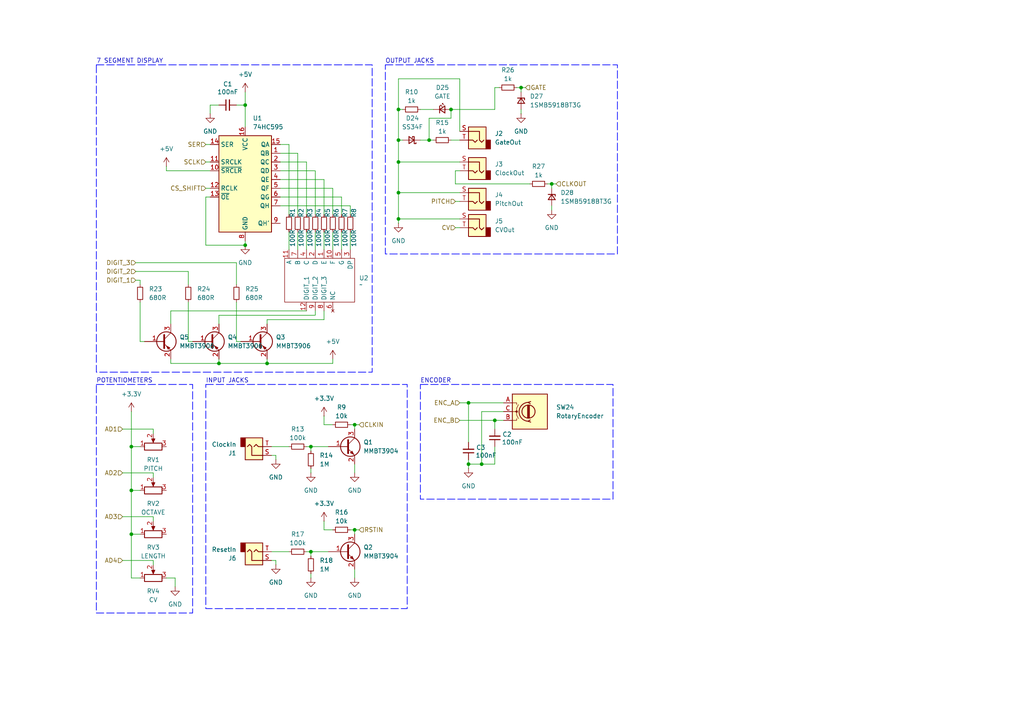
<source format=kicad_sch>
(kicad_sch (version 20231120) (generator "eeschema") (generator_version "8.0")
  (paper "A4")
  (lib_symbols
    (symbol "74xx:74HC595"
      (property "Reference" "U" (at -7.62 13.97 0))
      (property "Value" "74HC595" (at -7.62 -16.51 0))
      (symbol "74HC595_1_0"
        (pin tri_state line (at 10.16 7.62 180) (length 2.54) (name "QB") (number "1"))
        (pin input line (at -10.16 2.54 0) (length 2.54) (name "~{SRCLR}") (number "10"))
        (pin input line (at -10.16 5.08 0) (length 2.54) (name "SRCLK") (number "11"))
        (pin input line (at -10.16 -2.54 0) (length 2.54) (name "RCLK") (number "12"))
        (pin input line (at -10.16 -5.08 0) (length 2.54) (name "~{OE}") (number "13"))
        (pin input line (at -10.16 10.16 0) (length 2.54) (name "SER") (number "14"))
        (pin tri_state line (at 10.16 10.16 180) (length 2.54) (name "QA") (number "15"))
        (pin power_in line (at 0 15.24 270) (length 2.54) (name "VCC") (number "16"))
        (pin tri_state line (at 10.16 5.08 180) (length 2.54) (name "QC") (number "2"))
        (pin tri_state line (at 10.16 2.54 180) (length 2.54) (name "QD") (number "3"))
        (pin tri_state line (at 10.16 0 180) (length 2.54) (name "QE") (number "4"))
        (pin tri_state line (at 10.16 -2.54 180) (length 2.54) (name "QF") (number "5"))
        (pin tri_state line (at 10.16 -5.08 180) (length 2.54) (name "QG") (number "6"))
        (pin tri_state line (at 10.16 -7.62 180) (length 2.54) (name "QH") (number "7"))
        (pin power_in line (at 0 -17.78 90) (length 2.54) (name "GND") (number "8"))
        (pin output line (at 10.16 -12.7 180) (length 2.54) (name "QH'") (number "9"))
      )
      (symbol "74HC595_1_1"
        (rectangle (start -7.62 12.7) (end 7.62 -15.24) (stroke (width 0.254)) (fill (type background)))
      )
    )
    (symbol "Connector_Audio:AudioJack2"
      (property "Reference" "J" (at 0 8.89 0))
      (property "Value" "AudioJack2" (at 0 6.35 0))
      (symbol "AudioJack2_0_1"
        (rectangle (start -3.81 0) (end -2.54 -2.54) (stroke (width 0.254)) (fill (type outline)))
        (rectangle (start -2.54 3.81) (end 2.54 -2.54) (stroke (width 0.254)) (fill (type background)))
        (polyline (pts (xy 0 0) (xy 0.635 -0.635) (xy 1.27 0) (xy 2.54 0)) (stroke (width 0.254)))
        (polyline (pts (xy 2.54 2.54) (xy -0.635 2.54) (xy -0.635 0) (xy -1.27 -0.635) (xy -1.905 0)) (stroke (width 0.254)))
      )
      (symbol "AudioJack2_1_1"
        (pin passive line (at 5.08 2.54 180) (length 2.54) (name "~") (number "S"))
        (pin passive line (at 5.08 0 180) (length 2.54) (name "~") (number "T"))
      )
    )
    (symbol "Device:C_Small" (pin_numbers hide) (pin_names (offset 0.254) hide)
      (property "Reference" "C" (at 0.254 1.778 0))
      (property "Value" "C_Small" (at 0.254 -2.032 0))
      (symbol "C_Small_0_1"
        (polyline (pts (xy -1.524 -0.508) (xy 1.524 -0.508)) (stroke (width 0.3302)))
        (polyline (pts (xy -1.524 0.508) (xy 1.524 0.508)) (stroke (width 0.3048)))
      )
      (symbol "C_Small_1_1"
        (pin passive line (at 0 2.54 270) (length 2.032) (name "~") (number "1"))
        (pin passive line (at 0 -2.54 90) (length 2.032) (name "~") (number "2"))
      )
    )
    (symbol "Device:D_Schottky_Small" (pin_numbers hide) (pin_names (offset 0.254) hide)
      (property "Reference" "D" (at -1.27 2.032 0))
      (property "Value" "D_Schottky_Small" (at -7.112 -2.032 0))
      (symbol "D_Schottky_Small_0_1"
        (polyline (pts (xy -0.762 0) (xy 0.762 0)))
        (polyline (pts (xy 0.762 -1.016) (xy -0.762 0) (xy 0.762 1.016) (xy 0.762 -1.016)) (stroke (width 0.254)))
        (polyline (pts (xy -1.27 0.762) (xy -1.27 1.016) (xy -0.762 1.016) (xy -0.762 -1.016) (xy -0.254 -1.016) (xy -0.254 -0.762)) (stroke (width 0.254)))
      )
      (symbol "D_Schottky_Small_1_1"
        (pin passive line (at -2.54 0 0) (length 1.778) (name "K") (number "1"))
        (pin passive line (at 2.54 0 180) (length 1.778) (name "A") (number "2"))
      )
    )
    (symbol "Device:D_Zener_Small" (pin_numbers hide) (pin_names (offset 0.254) hide)
      (property "Reference" "D" (at 0 2.286 0))
      (property "Value" "D_Zener_Small" (at 0 -2.286 0))
      (symbol "D_Zener_Small_0_1"
        (polyline (pts (xy 0.762 0) (xy -0.762 0)))
        (polyline (pts (xy -0.254 1.016) (xy -0.762 1.016) (xy -0.762 -1.016)) (stroke (width 0.254)))
        (polyline (pts (xy 0.762 1.016) (xy -0.762 0) (xy 0.762 -1.016) (xy 0.762 1.016)) (stroke (width 0.254)))
      )
      (symbol "D_Zener_Small_1_1"
        (pin passive line (at -2.54 0 0) (length 1.778) (name "K") (number "1"))
        (pin passive line (at 2.54 0 180) (length 1.778) (name "A") (number "2"))
      )
    )
    (symbol "Device:LED_Small" (pin_numbers hide) (pin_names (offset 0.254) hide)
      (property "Reference" "D" (at -1.27 3.175 0))
      (property "Value" "LED_Small" (at -4.445 -2.54 0))
      (symbol "LED_Small_0_1"
        (polyline (pts (xy -0.762 -1.016) (xy -0.762 1.016)) (stroke (width 0.254)))
        (polyline (pts (xy 1.016 0) (xy -0.762 0)))
        (polyline (pts (xy 0.762 -1.016) (xy -0.762 0) (xy 0.762 1.016) (xy 0.762 -1.016)) (stroke (width 0.254)))
        (polyline (pts (xy 0 0.762) (xy -0.508 1.27) (xy -0.254 1.27) (xy -0.508 1.27) (xy -0.508 1.016)))
        (polyline (pts (xy 0.508 1.27) (xy 0 1.778) (xy 0.254 1.778) (xy 0 1.778) (xy 0 1.524)))
      )
      (symbol "LED_Small_1_1"
        (pin passive line (at -2.54 0 0) (length 1.778) (name "K") (number "1"))
        (pin passive line (at 2.54 0 180) (length 1.778) (name "A") (number "2"))
      )
    )
    (symbol "Device:R_Potentiometer" (pin_names (offset 1.016) hide)
      (property "Reference" "RV" (at -4.445 0 90))
      (property "Value" "R_Potentiometer" (at -2.54 0 90))
      (symbol "R_Potentiometer_0_1"
        (polyline (pts (xy 2.54 0) (xy 1.524 0)))
        (polyline (pts (xy 1.143 0) (xy 2.286 0.508) (xy 2.286 -0.508) (xy 1.143 0)) (fill (type outline)))
        (rectangle (start 1.016 2.54) (end -1.016 -2.54) (stroke (width 0.254)))
      )
      (symbol "R_Potentiometer_1_1"
        (pin passive line (at 0 3.81 270) (length 1.27) (name "1") (number "1"))
        (pin passive line (at 3.81 0 180) (length 1.27) (name "2") (number "2"))
        (pin passive line (at 0 -3.81 90) (length 1.27) (name "3") (number "3"))
      )
    )
    (symbol "Device:R_Small" (pin_numbers hide) (pin_names (offset 0.254) hide)
      (property "Reference" "R" (at 0.762 0.508 0))
      (property "Value" "R_Small" (at 0.762 -1.016 0))
      (symbol "R_Small_0_1"
        (rectangle (start -0.762 1.778) (end 0.762 -1.778) (stroke (width 0.2032)))
      )
      (symbol "R_Small_1_1"
        (pin passive line (at 0 2.54 270) (length 0.762) (name "~") (number "1"))
        (pin passive line (at 0 -2.54 90) (length 0.762) (name "~") (number "2"))
      )
    )
    (symbol "Device:RotaryEncoder" (pin_names (offset 0.254) hide)
      (property "Reference" "SW" (at 0 6.604 0))
      (property "Value" "RotaryEncoder" (at 0 -6.604 0))
      (symbol "RotaryEncoder_0_1"
        (rectangle (start -5.08 5.08) (end 5.08 -5.08) (stroke (width 0.254)) (fill (type background)))
        (circle (center -3.81 0) (radius 0.254) (fill (type outline)))
        (circle (center -0.381 0) (radius 1.905) (stroke (width 0.254)))
        (arc (start -0.381 2.667) (mid -3.0988 -0.0635) (end -0.381 -2.794) (stroke (width 0.254)))
        (polyline (pts (xy -0.635 -1.778) (xy -0.635 1.778)) (stroke (width 0.254)))
        (polyline (pts (xy -0.381 -1.778) (xy -0.381 1.778)) (stroke (width 0.254)))
        (polyline (pts (xy -0.127 1.778) (xy -0.127 -1.778)) (stroke (width 0.254)))
        (polyline (pts (xy -5.08 -2.54) (xy -3.81 -2.54) (xy -3.81 -2.032)))
        (polyline (pts (xy -5.08 2.54) (xy -3.81 2.54) (xy -3.81 2.032)))
        (polyline (pts (xy 0.254 -3.048) (xy -0.508 -2.794) (xy 0.127 -2.413)) (stroke (width 0.254)))
        (polyline (pts (xy 0.254 2.921) (xy -0.508 2.667) (xy 0.127 2.286)) (stroke (width 0.254)))
        (polyline (pts (xy -5.08 0) (xy -3.81 0) (xy -3.81 -1.016) (xy -3.302 -2.032)))
        (polyline (pts (xy -4.318 0) (xy -3.81 0) (xy -3.81 1.016) (xy -3.302 2.032)))
      )
      (symbol "RotaryEncoder_1_1"
        (pin passive line (at -7.62 2.54 0) (length 2.54) (name "A") (number "A"))
        (pin passive line (at -7.62 -2.54 0) (length 2.54) (name "B") (number "B"))
        (pin passive line (at -7.62 0 0) (length 2.54) (name "C") (number "C"))
      )
    )
    (symbol "FJ5361BH:FJ5361BH"
      (property "Reference" "U" (at 0 11.43 0))
      (symbol "FJ5361BH_0_1"
        (rectangle (start -6.35 10.16) (end 6.35 -10.16))
      )
      (symbol "FJ5361BH_1_1"
        (pin input line (at -8.89 1.27 0) (length 2.54) (name "E") (number "1"))
        (pin input line (at -8.89 3.81 0) (length 2.54) (name "F") (number "10"))
        (pin input line (at -8.89 -8.89 0) (length 2.54) (name "A") (number "11"))
        (pin input line (at 8.89 -3.81 180) (length 2.54) (name "DIGIT_1") (number "12"))
        (pin input line (at -8.89 -1.27 0) (length 2.54) (name "D") (number "2"))
        (pin input line (at -8.89 8.89 0) (length 2.54) (name "DP") (number "3"))
        (pin input line (at -8.89 -3.81 0) (length 2.54) (name "C") (number "4"))
        (pin input line (at -8.89 6.35 0) (length 2.54) (name "G") (number "5"))
        (pin no_connect line (at 8.89 3.81 180) (length 2.54) (name "NC") (number "6"))
        (pin input line (at -8.89 -6.35 0) (length 2.54) (name "B") (number "7"))
        (pin input line (at 8.89 1.27 180) (length 2.54) (name "DIGIT_3") (number "8"))
        (pin input line (at 8.89 -1.27 180) (length 2.54) (name "DIGIT_2") (number "9"))
      )
    )
    (symbol "Transistor_BJT:MMBT3904" (pin_names (offset 0) hide)
      (property "Reference" "Q" (at 5.08 1.905 0))
      (property "Value" "MMBT3904" (at 5.08 0 0))
      (symbol "MMBT3904_0_1"
        (polyline (pts (xy 0.635 0.635) (xy 2.54 2.54)))
        (polyline (pts (xy 0.635 -0.635) (xy 2.54 -2.54) (xy 2.54 -2.54)))
        (polyline (pts (xy 0.635 1.905) (xy 0.635 -1.905) (xy 0.635 -1.905)) (stroke (width 0.508)))
        (polyline (pts (xy 1.27 -1.778) (xy 1.778 -1.27) (xy 2.286 -2.286) (xy 1.27 -1.778) (xy 1.27 -1.778)) (fill (type outline)))
        (circle (center 1.27 0) (radius 2.8194) (stroke (width 0.254)))
      )
      (symbol "MMBT3904_1_1"
        (pin input line (at -5.08 0 0) (length 5.715) (name "B") (number "1"))
        (pin passive line (at 2.54 -5.08 90) (length 2.54) (name "E") (number "2"))
        (pin passive line (at 2.54 5.08 270) (length 2.54) (name "C") (number "3"))
      )
    )
    (symbol "Transistor_BJT:MMBT3906" (pin_names (offset 0) hide)
      (property "Reference" "Q" (at 5.08 1.905 0))
      (property "Value" "MMBT3906" (at 5.08 0 0))
      (symbol "MMBT3906_0_1"
        (polyline (pts (xy 0.635 0.635) (xy 2.54 2.54)))
        (polyline (pts (xy 0.635 -0.635) (xy 2.54 -2.54) (xy 2.54 -2.54)))
        (polyline (pts (xy 0.635 1.905) (xy 0.635 -1.905) (xy 0.635 -1.905)) (stroke (width 0.508)))
        (polyline (pts (xy 2.286 -1.778) (xy 1.778 -2.286) (xy 1.27 -1.27) (xy 2.286 -1.778) (xy 2.286 -1.778)) (fill (type outline)))
        (circle (center 1.27 0) (radius 2.8194) (stroke (width 0.254)))
      )
      (symbol "MMBT3906_1_1"
        (pin input line (at -5.08 0 0) (length 5.715) (name "B") (number "1"))
        (pin passive line (at 2.54 -5.08 90) (length 2.54) (name "E") (number "2"))
        (pin passive line (at 2.54 5.08 270) (length 2.54) (name "C") (number "3"))
      )
    )
    (symbol "power:+3.3V" (power) (pin_numbers hide) (pin_names (offset 0) hide)
      (property "Value" "+3.3V" (at 0 3.556 0))
      (symbol "+3.3V_0_1"
        (polyline (pts (xy -0.762 1.27) (xy 0 2.54)))
        (polyline (pts (xy 0 0) (xy 0 2.54)))
        (polyline (pts (xy 0 2.54) (xy 0.762 1.27)))
      )
      (symbol "+3.3V_1_1"
        (pin power_in line (at 0 0 90) (length 0) (name "~") (number "1"))
      )
    )
    (symbol "power:+5V" (power) (pin_numbers hide) (pin_names (offset 0) hide)
      (property "Value" "+5V" (at 0 3.556 0))
      (symbol "+5V_0_1"
        (polyline (pts (xy -0.762 1.27) (xy 0 2.54)))
        (polyline (pts (xy 0 0) (xy 0 2.54)))
        (polyline (pts (xy 0 2.54) (xy 0.762 1.27)))
      )
      (symbol "+5V_1_1"
        (pin power_in line (at 0 0 90) (length 0) (name "~") (number "1"))
      )
    )
    (symbol "power:GND" (power) (pin_numbers hide) (pin_names (offset 0) hide)
      (property "Value" "GND" (at 0 -3.81 0))
      (symbol "GND_0_1"
        (polyline (pts (xy 0 0) (xy 0 -1.27) (xy 1.27 -1.27) (xy 0 -2.54) (xy -1.27 -1.27) (xy 0 -1.27)))
      )
      (symbol "GND_1_1"
        (pin power_in line (at 0 0 270) (length 0) (name "~") (number "1"))
      )
    )
  )
  (junction (at 130.81 31.75))
  (junction (at 63.5 105.41))
  (junction (at 115.57 31.75))
  (junction (at 71.12 71.12))
  (junction (at 135.89 116.84))
  (junction (at 77.47 105.41))
  (junction (at 90.17 129.54))
  (junction (at 38.1 142.24))
  (junction (at 115.57 63.5))
  (junction (at 139.7 134.62))
  (junction (at 143.51 121.92))
  (junction (at 151.13 25.4))
  (junction (at 38.1 129.54))
  (junction (at 38.1 154.94))
  (junction (at 115.57 46.99))
  (junction (at 124.46 40.64))
  (junction (at 115.57 55.88))
  (junction (at 135.89 134.62))
  (junction (at 102.87 123.19))
  (junction (at 90.17 160.02))
  (junction (at 160.02 53.34))
  (junction (at 102.87 153.67))
  (junction (at 115.57 40.64))
  (junction (at 71.12 30.48))
  (wire (pts (xy 35.56 149.86) (xy 44.45 149.86)))
  (wire (pts (xy 102.87 123.19) (xy 102.87 124.46)))
  (wire (pts (xy 71.12 30.48) (xy 71.12 36.83)))
  (wire (pts (xy 133.35 38.1) (xy 133.35 22.86)))
  (wire (pts (xy 144.78 25.4) (xy 143.51 25.4)))
  (wire (pts (xy 91.44 90.17) (xy 91.44 91.44)))
  (wire (pts (xy 81.28 46.99) (xy 88.9 46.99)))
  (wire (pts (xy 44.45 137.16) (xy 44.45 138.43)))
  (wire (pts (xy 86.36 44.45) (xy 86.36 62.23)))
  (wire (pts (xy 115.57 46.99) (xy 115.57 40.64)))
  (wire (pts (xy 68.58 99.06) (xy 69.85 99.06)))
  (wire (pts (xy 101.6 153.67) (xy 102.87 153.67)))
  (wire (pts (xy 139.7 119.38) (xy 139.7 134.62)))
  (wire (pts (xy 81.28 44.45) (xy 86.36 44.45)))
  (wire (pts (xy 135.89 116.84) (xy 146.05 116.84)))
  (wire (pts (xy 151.13 25.4) (xy 152.4 25.4)))
  (wire (pts (xy 88.9 67.31) (xy 88.9 72.39)))
  (wire (pts (xy 93.98 67.31) (xy 93.98 72.39)))
  (wire (pts (xy 133.35 22.86) (xy 115.57 22.86)))
  (wire (pts (xy 160.02 53.34) (xy 158.75 53.34)))
  (wire (pts (xy 160.02 59.69) (xy 160.02 60.96)))
  (wire (pts (xy 151.13 25.4) (xy 149.86 25.4)))
  (wire (pts (xy 38.1 119.38) (xy 38.1 129.54)))
  (wire (pts (xy 35.56 162.56) (xy 44.45 162.56)))
  (wire (pts (xy 38.1 154.94) (xy 38.1 167.64)))
  (wire (pts (xy 135.89 133.35) (xy 135.89 134.62)))
  (wire (pts (xy 40.64 87.63) (xy 40.64 99.06)))
  (wire (pts (xy 49.53 90.17) (xy 49.53 93.98)))
  (wire (pts (xy 44.45 162.56) (xy 44.45 163.83)))
  (wire (pts (xy 54.61 78.74) (xy 54.61 82.55)))
  (wire (pts (xy 38.1 129.54) (xy 40.64 129.54)))
  (wire (pts (xy 81.28 57.15) (xy 99.06 57.15)))
  (wire (pts (xy 130.81 40.64) (xy 133.35 40.64)))
  (wire (pts (xy 91.44 49.53) (xy 91.44 62.23)))
  (wire (pts (xy 88.9 46.99) (xy 88.9 62.23)))
  (wire (pts (xy 132.08 49.53) (xy 132.08 53.34)))
  (wire (pts (xy 133.35 55.88) (xy 115.57 55.88)))
  (wire (pts (xy 63.5 91.44) (xy 63.5 93.98)))
  (wire (pts (xy 143.51 134.62) (xy 139.7 134.62)))
  (wire (pts (xy 78.74 132.08) (xy 80.01 132.08)))
  (wire (pts (xy 115.57 22.86) (xy 115.57 31.75)))
  (wire (pts (xy 151.13 26.67) (xy 151.13 25.4)))
  (wire (pts (xy 90.17 129.54) (xy 95.25 129.54)))
  (wire (pts (xy 96.52 67.31) (xy 96.52 72.39)))
  (wire (pts (xy 93.98 52.07) (xy 93.98 62.23)))
  (wire (pts (xy 88.9 160.02) (xy 90.17 160.02)))
  (wire (pts (xy 93.98 153.67) (xy 96.52 153.67)))
  (wire (pts (xy 115.57 55.88) (xy 115.57 46.99)))
  (wire (pts (xy 96.52 105.41) (xy 96.52 104.14)))
  (wire (pts (xy 86.36 67.31) (xy 86.36 72.39)))
  (wire (pts (xy 132.08 49.53) (xy 133.35 49.53)))
  (wire (pts (xy 132.08 53.34) (xy 153.67 53.34)))
  (wire (pts (xy 143.51 121.92) (xy 146.05 121.92)))
  (wire (pts (xy 102.87 165.1) (xy 102.87 167.64)))
  (wire (pts (xy 49.53 104.14) (xy 49.53 105.41)))
  (wire (pts (xy 44.45 149.86) (xy 44.45 151.13)))
  (wire (pts (xy 59.69 46.99) (xy 60.96 46.99)))
  (wire (pts (xy 38.1 142.24) (xy 40.64 142.24)))
  (wire (pts (xy 115.57 31.75) (xy 115.57 40.64)))
  (wire (pts (xy 77.47 104.14) (xy 77.47 105.41)))
  (wire (pts (xy 78.74 160.02) (xy 83.82 160.02)))
  (wire (pts (xy 160.02 54.61) (xy 160.02 53.34)))
  (wire (pts (xy 130.81 34.29) (xy 124.46 34.29)))
  (wire (pts (xy 60.96 30.48) (xy 63.5 30.48)))
  (wire (pts (xy 39.37 81.28) (xy 40.64 81.28)))
  (wire (pts (xy 91.44 67.31) (xy 91.44 72.39)))
  (wire (pts (xy 99.06 57.15) (xy 99.06 62.23)))
  (wire (pts (xy 54.61 87.63) (xy 54.61 99.06)))
  (wire (pts (xy 93.98 120.65) (xy 93.98 123.19)))
  (wire (pts (xy 48.26 167.64) (xy 50.8 167.64)))
  (wire (pts (xy 101.6 59.69) (xy 101.6 62.23)))
  (wire (pts (xy 124.46 34.29) (xy 124.46 40.64)))
  (wire (pts (xy 115.57 63.5) (xy 115.57 55.88)))
  (wire (pts (xy 38.1 167.64) (xy 40.64 167.64)))
  (wire (pts (xy 90.17 166.37) (xy 90.17 167.64)))
  (wire (pts (xy 77.47 92.71) (xy 77.47 93.98)))
  (wire (pts (xy 48.26 48.26) (xy 48.26 49.53)))
  (wire (pts (xy 102.87 153.67) (xy 104.14 153.67)))
  (wire (pts (xy 143.51 129.54) (xy 143.51 134.62)))
  (wire (pts (xy 93.98 151.13) (xy 93.98 153.67)))
  (wire (pts (xy 132.08 66.04) (xy 133.35 66.04)))
  (wire (pts (xy 35.56 124.46) (xy 44.45 124.46)))
  (wire (pts (xy 63.5 105.41) (xy 77.47 105.41)))
  (wire (pts (xy 121.92 40.64) (xy 124.46 40.64)))
  (wire (pts (xy 116.84 31.75) (xy 115.57 31.75)))
  (wire (pts (xy 60.96 57.15) (xy 59.69 57.15)))
  (wire (pts (xy 80.01 162.56) (xy 80.01 163.83)))
  (wire (pts (xy 54.61 99.06) (xy 55.88 99.06)))
  (wire (pts (xy 102.87 134.62) (xy 102.87 137.16)))
  (wire (pts (xy 60.96 33.02) (xy 60.96 30.48)))
  (wire (pts (xy 77.47 105.41) (xy 96.52 105.41)))
  (wire (pts (xy 146.05 119.38) (xy 139.7 119.38)))
  (wire (pts (xy 81.28 49.53) (xy 91.44 49.53)))
  (wire (pts (xy 130.81 31.75) (xy 143.51 31.75)))
  (wire (pts (xy 78.74 162.56) (xy 80.01 162.56)))
  (wire (pts (xy 38.1 129.54) (xy 38.1 142.24)))
  (wire (pts (xy 160.02 53.34) (xy 161.29 53.34)))
  (wire (pts (xy 71.12 69.85) (xy 71.12 71.12)))
  (wire (pts (xy 115.57 40.64) (xy 116.84 40.64)))
  (wire (pts (xy 133.35 46.99) (xy 115.57 46.99)))
  (wire (pts (xy 81.28 41.91) (xy 83.82 41.91)))
  (wire (pts (xy 121.92 31.75) (xy 125.73 31.75)))
  (wire (pts (xy 78.74 129.54) (xy 83.82 129.54)))
  (wire (pts (xy 133.35 63.5) (xy 115.57 63.5)))
  (wire (pts (xy 96.52 54.61) (xy 96.52 62.23)))
  (wire (pts (xy 48.26 49.53) (xy 60.96 49.53)))
  (wire (pts (xy 102.87 123.19) (xy 104.14 123.19)))
  (wire (pts (xy 59.69 41.91) (xy 60.96 41.91)))
  (wire (pts (xy 99.06 67.31) (xy 99.06 72.39)))
  (wire (pts (xy 101.6 123.19) (xy 102.87 123.19)))
  (wire (pts (xy 90.17 160.02) (xy 90.17 161.29)))
  (wire (pts (xy 68.58 87.63) (xy 68.58 99.06)))
  (wire (pts (xy 38.1 142.24) (xy 38.1 154.94)))
  (wire (pts (xy 71.12 26.67) (xy 71.12 30.48)))
  (wire (pts (xy 88.9 90.17) (xy 49.53 90.17)))
  (wire (pts (xy 49.53 105.41) (xy 63.5 105.41)))
  (wire (pts (xy 93.98 92.71) (xy 77.47 92.71)))
  (wire (pts (xy 50.8 167.64) (xy 50.8 170.18)))
  (wire (pts (xy 132.08 58.42) (xy 133.35 58.42)))
  (wire (pts (xy 59.69 71.12) (xy 71.12 71.12)))
  (wire (pts (xy 130.81 31.75) (xy 130.81 34.29)))
  (wire (pts (xy 90.17 129.54) (xy 90.17 130.81)))
  (wire (pts (xy 39.37 76.2) (xy 68.58 76.2)))
  (wire (pts (xy 83.82 67.31) (xy 83.82 72.39)))
  (wire (pts (xy 81.28 54.61) (xy 96.52 54.61)))
  (wire (pts (xy 68.58 76.2) (xy 68.58 82.55)))
  (wire (pts (xy 38.1 154.94) (xy 40.64 154.94)))
  (wire (pts (xy 133.35 116.84) (xy 135.89 116.84)))
  (wire (pts (xy 44.45 124.46) (xy 44.45 125.73)))
  (wire (pts (xy 133.35 121.92) (xy 143.51 121.92)))
  (wire (pts (xy 151.13 31.75) (xy 151.13 33.02)))
  (wire (pts (xy 81.28 52.07) (xy 93.98 52.07)))
  (wire (pts (xy 90.17 160.02) (xy 95.25 160.02)))
  (wire (pts (xy 135.89 128.27) (xy 135.89 116.84)))
  (wire (pts (xy 93.98 90.17) (xy 93.98 92.71)))
  (wire (pts (xy 68.58 30.48) (xy 71.12 30.48)))
  (wire (pts (xy 81.28 59.69) (xy 101.6 59.69)))
  (wire (pts (xy 35.56 137.16) (xy 44.45 137.16)))
  (wire (pts (xy 63.5 104.14) (xy 63.5 105.41)))
  (wire (pts (xy 93.98 123.19) (xy 96.52 123.19)))
  (wire (pts (xy 101.6 67.31) (xy 101.6 72.39)))
  (wire (pts (xy 135.89 134.62) (xy 135.89 135.89)))
  (wire (pts (xy 124.46 40.64) (xy 125.73 40.64)))
  (wire (pts (xy 102.87 153.67) (xy 102.87 154.94)))
  (wire (pts (xy 143.51 25.4) (xy 143.51 31.75)))
  (wire (pts (xy 40.64 81.28) (xy 40.64 82.55)))
  (wire (pts (xy 90.17 135.89) (xy 90.17 137.16)))
  (wire (pts (xy 59.69 54.61) (xy 60.96 54.61)))
  (wire (pts (xy 88.9 129.54) (xy 90.17 129.54)))
  (wire (pts (xy 39.37 78.74) (xy 54.61 78.74)))
  (wire (pts (xy 80.01 132.08) (xy 80.01 133.35)))
  (wire (pts (xy 91.44 91.44) (xy 63.5 91.44)))
  (wire (pts (xy 59.69 57.15) (xy 59.69 71.12)))
  (wire (pts (xy 40.64 99.06) (xy 41.91 99.06)))
  (wire (pts (xy 115.57 63.5) (xy 115.57 64.77)))
  (wire (pts (xy 139.7 134.62) (xy 135.89 134.62)))
  (wire (pts (xy 83.82 41.91) (xy 83.82 62.23)))
  (wire (pts (xy 143.51 124.46) (xy 143.51 121.92)))
  (rectangle (start 27.94 111.506) (end 55.88 177.8) (stroke (width 0.2) (type dash) (color 0 0 255 1)))
  (rectangle (start 111.76 18.796) (end 179.07 73.66) (stroke (width 0.2) (type dash) (color 0 0 255 1)))
  (rectangle (start 59.69 111.506) (end 118.11 176.53) (stroke (width 0.2) (type dash) (color 0 0 255 1)))
  (rectangle (start 27.94 18.796) (end 107.95 107.95) (stroke (width 0.2) (type dash) (color 0 0 255 1)))
  (rectangle (start 121.92 111.506) (end 177.8 144.78) (stroke (width 0.2) (type dash) (color 0 0 255 1)))
  (text "POTENTIOMETERS" (at 27.94 110.49 0) (effects (font (size 1.27 1.27)) (justify left)))
  (text "7 SEGMENT DISPLAY" (at 27.94 17.78 0) (effects (font (size 1.27 1.27)) (justify left)))
  (text "INPUT JACKS" (at 59.69 110.49 0) (effects (font (size 1.27 1.27)) (justify left)))
  (text "OUTPUT JACKS" (at 111.76 17.78 0) (effects (font (size 1.27 1.27)) (justify left)))
  (text "ENCODER" (at 121.92 110.49 0) (effects (font (size 1.27 1.27)) (justify left)))
  (hierarchical_label "CLKOUT" (shape input) (at 161.29 53.34 0))
  (hierarchical_label "AD2" (shape input) (at 35.56 137.16 180))
  (hierarchical_label "AD4" (shape input) (at 35.56 162.56 180))
  (hierarchical_label "ENC_B" (shape input) (at 133.35 121.92 180))
  (hierarchical_label "SER" (shape input) (at 59.69 41.91 180))
  (hierarchical_label "GATE" (shape input) (at 152.4 25.4 0))
  (hierarchical_label "SCLK" (shape input) (at 59.69 46.99 180))
  (hierarchical_label "AD1" (shape input) (at 35.56 124.46 180))
  (hierarchical_label "CLKIN" (shape input) (at 104.14 123.19 0))
  (hierarchical_label "ENC_A" (shape input) (at 133.35 116.84 180))
  (hierarchical_label "CV" (shape input) (at 132.08 66.04 180))
  (hierarchical_label "PITCH" (shape input) (at 132.08 58.42 180))
  (hierarchical_label "DIGIT_1" (shape input) (at 39.37 81.28 180))
  (hierarchical_label "DIGIT_2" (shape input) (at 39.37 78.74 180))
  (hierarchical_label "CS_SHIFT" (shape input) (at 59.69 54.61 180))
  (hierarchical_label "AD3" (shape input) (at 35.56 149.86 180))
  (hierarchical_label "RSTIN" (shape input) (at 104.14 153.67 0))
  (hierarchical_label "DIGIT_3" (shape input) (at 39.37 76.2 180))
  (symbol (lib_id "Device:C_Small") (at 143.51 127 180) (unit 1)
    (property "Reference" "C2" (at 147.066 125.984 0))
    (property "Value" "100nF" (at 148.59 128.27 0))
    (property "Footprint" "Capacitor_SMD:C_0603_1608Metric_Pad1.08x0.95mm_HandSolder" (effects (hide yes)))
    (property "Description" "Unpolarized capacitor, small symbol" (effects (hide yes)))
  )
  (symbol (lib_id "Device:R_Small") (at 156.21 53.34 90) (unit 1)
    (property "Reference" "R27" (at 156.21 48.26 90))
    (property "Value" "1k" (at 156.21 50.8 90))
    (property "Footprint" "Resistor_SMD:R_0603_1608Metric_Pad0.98x0.95mm_HandSolder" (effects (hide yes)))
    (property "Description" "Resistor, small symbol" (effects (hide yes)))
  )
  (symbol (lib_id "power:GND") (at 80.01 163.83 0) (unit 1)
    (property "Reference" "#PWR083" (effects (hide yes)))
    (property "Value" "GND" (at 80.01 168.91 0))
    (property "Description" "Power symbol creates a global label with name \"GND\" , ground" (effects (hide yes)))
  )
  (symbol (lib_id "Device:R_Small") (at 90.17 163.83 180) (unit 1)
    (property "Reference" "R18" (at 92.71 162.5599 0) (effects (justify right)))
    (property "Value" "1M" (at 92.71 165.0999 0) (effects (justify right)))
    (property "Footprint" "Resistor_SMD:R_0603_1608Metric_Pad0.98x0.95mm_HandSolder" (effects (hide yes)))
    (property "Description" "Resistor, small symbol" (effects (hide yes)))
  )
  (symbol (lib_id "power:+3.3V") (at 93.98 151.13 0) (unit 1)
    (property "Reference" "#PWR076" (effects (hide yes)))
    (property "Value" "+3.3V" (at 93.98 146.05 0))
    (property "Description" "Power symbol creates a global label with name \"+3.3V\"" (effects (hide yes)))
  )
  (symbol (lib_id "Transistor_BJT:MMBT3906") (at 46.99 99.06 0) (unit 1)
    (property "Reference" "Q5" (at 52.07 97.7899 0) (effects (justify left)))
    (property "Value" "MMBT3906" (at 52.07 100.3299 0) (effects (justify left)))
    (property "Footprint" "Package_TO_SOT_SMD:SOT-23" (effects (hide yes)))
    (property "Datasheet" "https://www.onsemi.com/pdf/datasheet/pzt3906-d.pdf" (effects (hide yes)))
    (property "Description" "-0.2A Ic, -40V Vce, Small Signal PNP Transistor, SOT-23" (effects (hide yes)))
  )
  (symbol (lib_id "Transistor_BJT:MMBT3904") (at 100.33 129.54 0) (unit 1)
    (property "Reference" "Q1" (at 105.41 128.2699 0) (effects (justify left)))
    (property "Value" "MMBT3904" (at 105.41 130.8099 0) (effects (justify left)))
    (property "Footprint" "Package_TO_SOT_SMD:SOT-23" (effects (hide yes)))
    (property "Datasheet" "https://www.onsemi.com/pdf/datasheet/pzt3904-d.pdf" (effects (hide yes)))
    (property "Description" "0.2A Ic, 40V Vce, Small Signal NPN Transistor, SOT-23" (effects (hide yes)))
  )
  (symbol (lib_id "Device:D_Zener_Small") (at 151.13 29.21 270) (unit 1)
    (property "Reference" "D27" (at 153.67 27.9399 90) (effects (justify left)))
    (property "Value" "1SMB5918BT3G" (at 153.67 30.4799 90) (effects (justify left)))
    (property "Footprint" "Diode_SMD:D_SMB_Handsoldering" (effects (hide yes)))
    (property "Description" "Zener diode, small symbol" (effects (hide yes)))
  )
  (symbol (lib_id "Device:C_Small") (at 135.89 130.81 180) (unit 1)
    (property "Reference" "C3" (at 139.446 129.794 0))
    (property "Value" "100nF" (at 140.97 132.08 0))
    (property "Footprint" "Capacitor_SMD:C_0603_1608Metric_Pad1.08x0.95mm_HandSolder" (effects (hide yes)))
    (property "Description" "Unpolarized capacitor, small symbol" (effects (hide yes)))
  )
  (symbol (lib_id "Device:R_Small") (at 96.52 64.77 0) (unit 1)
    (property "Reference" "R6" (at 97.536 61.722 90))
    (property "Value" "100R" (at 97.536 69.088 90))
    (property "Footprint" "Resistor_SMD:R_0603_1608Metric_Pad0.98x0.95mm_HandSolder" (effects (hide yes)))
    (property "Description" "Resistor, small symbol" (effects (hide yes)))
  )
  (symbol (lib_id "Connector_Audio:AudioJack2") (at 138.43 40.64 0) (mirror y) (unit 1)
    (property "Reference" "J2" (at 143.51 38.7349 0) (effects (justify right)))
    (property "Value" "GateOut" (at 143.51 41.2749 0) (effects (justify right)))
    (property "Footprint" "Connector_PinHeader_2.54mm:PinHeader_1x02_P2.54mm_Vertical" (effects (hide yes)))
    (property "Description" "Audio Jack, 2 Poles (Mono / TS)" (effects (hide yes)))
  )
  (symbol (lib_id "power:GND") (at 115.57 64.77 0) (unit 1)
    (property "Reference" "#PWR082" (effects (hide yes)))
    (property "Value" "GND" (at 115.57 69.85 0))
    (property "Description" "Power symbol creates a global label with name \"GND\" , ground" (effects (hide yes)))
  )
  (symbol (lib_id "74xx:74HC595") (at 71.12 52.07 0) (unit 1)
    (property "Reference" "U1" (at 73.3141 34.29 0) (effects (justify left)))
    (property "Value" "74HC595" (at 73.3141 36.83 0) (effects (justify left)))
    (property "Footprint" "Package_SO:SOIC-16_3.9x9.9mm_P1.27mm" (effects (hide yes)))
    (property "Datasheet" "http://www.ti.com/lit/ds/symlink/sn74hc595.pdf" (effects (hide yes)))
    (property "Description" "8-bit serial in/out Shift Register 3-State Outputs" (effects (hide yes)))
  )
  (symbol (lib_id "Device:D_Schottky_Small") (at 119.38 40.64 180) (unit 1)
    (property "Reference" "D24" (at 119.634 34.29 0))
    (property "Value" "SS34F" (at 119.634 36.83 0))
    (property "Footprint" "Diode_SMD:D_SMA_Handsoldering" (effects (hide yes)))
    (property "Description" "Schottky diode, small symbol" (effects (hide yes)))
  )
  (symbol (lib_id "power:GND") (at 60.96 33.02 0) (unit 1)
    (property "Reference" "#PWR02" (effects (hide yes)))
    (property "Value" "GND" (at 60.96 38.1 0))
    (property "Description" "Power symbol creates a global label with name \"GND\" , ground" (effects (hide yes)))
  )
  (symbol (lib_id "Device:R_Potentiometer") (at 44.45 154.94 90) (unit 1)
    (property "Reference" "RV3" (at 44.45 158.75 90))
    (property "Value" "LENGTH" (at 44.45 161.29 90))
    (property "Footprint" "Connector_PinHeader_2.54mm:PinHeader_1x03_P2.54mm_Vertical" (effects (hide yes)))
    (property "Description" "Potentiometer" (effects (hide yes)))
  )
  (symbol (lib_id "power:GND") (at 102.87 137.16 0) (unit 1)
    (property "Reference" "#PWR079" (effects (hide yes)))
    (property "Value" "GND" (at 102.87 142.24 0))
    (property "Description" "Power symbol creates a global label with name \"GND\" , ground" (effects (hide yes)))
  )
  (symbol (lib_id "Device:R_Small") (at 99.06 64.77 0) (unit 1)
    (property "Reference" "R7" (at 100.076 61.722 90))
    (property "Value" "100R" (at 100.076 69.088 90))
    (property "Footprint" "Resistor_SMD:R_0603_1608Metric_Pad0.98x0.95mm_HandSolder" (effects (hide yes)))
    (property "Description" "Resistor, small symbol" (effects (hide yes)))
  )
  (symbol (lib_id "Device:R_Small") (at 54.61 85.09 180) (unit 1)
    (property "Reference" "R24" (at 57.15 83.8199 0) (effects (justify right)))
    (property "Value" "680R" (at 57.15 86.3599 0) (effects (justify right)))
    (property "Footprint" "Resistor_SMD:R_0603_1608Metric_Pad0.98x0.95mm_HandSolder" (effects (hide yes)))
    (property "Description" "Resistor, small symbol" (effects (hide yes)))
  )
  (symbol (lib_id "Device:R_Potentiometer") (at 44.45 167.64 90) (unit 1)
    (property "Reference" "RV4" (at 44.45 171.45 90))
    (property "Value" "CV" (at 44.45 173.99 90))
    (property "Footprint" "Connector_PinHeader_2.54mm:PinHeader_1x03_P2.54mm_Vertical" (effects (hide yes)))
    (property "Description" "Potentiometer" (effects (hide yes)))
  )
  (symbol (lib_id "Device:D_Zener_Small") (at 160.02 57.15 270) (unit 1)
    (property "Reference" "D28" (at 162.56 55.8799 90) (effects (justify left)))
    (property "Value" "1SMB5918BT3G" (at 162.56 58.4199 90) (effects (justify left)))
    (property "Footprint" "Diode_SMD:D_SMB_Handsoldering" (effects (hide yes)))
    (property "Description" "Zener diode, small symbol" (effects (hide yes)))
  )
  (symbol (lib_id "Device:R_Small") (at 119.38 31.75 90) (unit 1)
    (property "Reference" "R10" (at 119.38 26.67 90))
    (property "Value" "1k" (at 119.38 29.21 90))
    (property "Footprint" "Resistor_SMD:R_0603_1608Metric_Pad0.98x0.95mm_HandSolder" (effects (hide yes)))
    (property "Description" "Resistor, small symbol" (effects (hide yes)))
  )
  (symbol (lib_id "Device:R_Small") (at 88.9 64.77 0) (unit 1)
    (property "Reference" "R3" (at 89.916 61.722 90))
    (property "Value" "100R" (at 89.916 69.088 90))
    (property "Footprint" "Resistor_SMD:R_0603_1608Metric_Pad0.98x0.95mm_HandSolder" (effects (hide yes)))
    (property "Description" "Resistor, small symbol" (effects (hide yes)))
  )
  (symbol (lib_id "Connector_Audio:AudioJack2") (at 138.43 49.53 0) (mirror y) (unit 1)
    (property "Reference" "J3" (at 143.51 47.6249 0) (effects (justify right)))
    (property "Value" "ClockOut" (at 143.51 50.1649 0) (effects (justify right)))
    (property "Footprint" "Connector_PinHeader_2.54mm:PinHeader_1x02_P2.54mm_Vertical" (effects (hide yes)))
    (property "Description" "Audio Jack, 2 Poles (Mono / TS)" (effects (hide yes)))
  )
  (symbol (lib_id "Device:C_Small") (at 66.04 30.48 90) (unit 1)
    (property "Reference" "C1" (at 66.04 24.384 90))
    (property "Value" "100nF" (at 66.0463 26.67 90))
    (property "Footprint" "Capacitor_SMD:C_0603_1608Metric_Pad1.08x0.95mm_HandSolder" (effects (hide yes)))
    (property "Description" "Unpolarized capacitor, small symbol" (effects (hide yes)))
  )
  (symbol (lib_id "Device:R_Small") (at 101.6 64.77 0) (unit 1)
    (property "Reference" "R8" (at 102.616 61.722 90))
    (property "Value" "100R" (at 102.616 69.088 90))
    (property "Footprint" "Resistor_SMD:R_0603_1608Metric_Pad0.98x0.95mm_HandSolder" (effects (hide yes)))
    (property "Description" "Resistor, small symbol" (effects (hide yes)))
  )
  (symbol (lib_id "Transistor_BJT:MMBT3904") (at 100.33 160.02 0) (unit 1)
    (property "Reference" "Q2" (at 105.41 158.7499 0) (effects (justify left)))
    (property "Value" "MMBT3904" (at 105.41 161.2899 0) (effects (justify left)))
    (property "Footprint" "Package_TO_SOT_SMD:SOT-23" (effects (hide yes)))
    (property "Datasheet" "https://www.onsemi.com/pdf/datasheet/pzt3904-d.pdf" (effects (hide yes)))
    (property "Description" "0.2A Ic, 40V Vce, Small Signal NPN Transistor, SOT-23" (effects (hide yes)))
  )
  (symbol (lib_id "Device:R_Small") (at 86.36 160.02 90) (unit 1)
    (property "Reference" "R17" (at 86.36 154.94 90))
    (property "Value" "100k" (at 86.36 157.48 90))
    (property "Footprint" "Resistor_SMD:R_0603_1608Metric_Pad0.98x0.95mm_HandSolder" (effects (hide yes)))
    (property "Description" "Resistor, small symbol" (effects (hide yes)))
  )
  (symbol (lib_id "Device:R_Potentiometer") (at 44.45 129.54 90) (unit 1)
    (property "Reference" "RV1" (at 44.45 133.35 90))
    (property "Value" "PITCH" (at 44.45 135.89 90))
    (property "Footprint" "Connector_PinHeader_2.54mm:PinHeader_1x03_P2.54mm_Vertical" (effects (hide yes)))
    (property "Description" "Potentiometer" (effects (hide yes)))
  )
  (symbol (lib_id "Device:R_Small") (at 86.36 64.77 0) (unit 1)
    (property "Reference" "R2" (at 87.376 61.722 90))
    (property "Value" "100R" (at 87.376 69.088 90))
    (property "Footprint" "Resistor_SMD:R_0603_1608Metric_Pad0.98x0.95mm_HandSolder" (effects (hide yes)))
    (property "Description" "Resistor, small symbol" (effects (hide yes)))
  )
  (symbol (lib_id "power:GND") (at 135.89 135.89 0) (unit 1)
    (property "Reference" "#PWR080" (effects (hide yes)))
    (property "Value" "GND" (at 135.89 140.97 0))
    (property "Description" "Power symbol creates a global label with name \"GND\" , ground" (effects (hide yes)))
  )
  (symbol (lib_id "Device:R_Small") (at 40.64 85.09 180) (unit 1)
    (property "Reference" "R23" (at 43.18 83.8199 0) (effects (justify right)))
    (property "Value" "680R" (at 43.18 86.3599 0) (effects (justify right)))
    (property "Footprint" "Resistor_SMD:R_0603_1608Metric_Pad0.98x0.95mm_HandSolder" (effects (hide yes)))
    (property "Description" "Resistor, small symbol" (effects (hide yes)))
  )
  (symbol (lib_id "power:GND") (at 71.12 71.12 0) (unit 1)
    (property "Reference" "#PWR04" (effects (hide yes)))
    (property "Value" "GND" (at 71.12 76.2 0))
    (property "Description" "Power symbol creates a global label with name \"GND\" , ground" (effects (hide yes)))
  )
  (symbol (lib_id "Connector_Audio:AudioJack2") (at 138.43 58.42 0) (mirror y) (unit 1)
    (property "Reference" "J4" (at 143.51 56.5149 0) (effects (justify right)))
    (property "Value" "PitchOut" (at 143.51 59.0549 0) (effects (justify right)))
    (property "Footprint" "Connector_PinHeader_2.54mm:PinHeader_1x02_P2.54mm_Vertical" (effects (hide yes)))
    (property "Description" "Audio Jack, 2 Poles (Mono / TS)" (effects (hide yes)))
  )
  (symbol (lib_id "power:+5V") (at 71.12 26.67 0) (unit 1)
    (property "Reference" "#PWR01" (effects (hide yes)))
    (property "Value" "+5V" (at 71.12 21.59 0))
    (property "Description" "Power symbol creates a global label with name \"+5V\"" (effects (hide yes)))
  )
  (symbol (lib_id "FJ5361BH:FJ5361BH") (at 92.71 81.28 270) (unit 1)
    (property "Reference" "U2" (at 104.14 80.6449 90) (effects (justify left)))
    (property "Value" "~" (at 104.14 82.55 90) (effects (justify left)))
    (property "Footprint" "FJ5361BH:FJ5361BH" (effects (hide yes)))
  )
  (symbol (lib_id "power:+3.3V") (at 93.98 120.65 0) (unit 1)
    (property "Reference" "#PWR05" (effects (hide yes)))
    (property "Value" "+3.3V" (at 93.98 115.57 0))
    (property "Description" "Power symbol creates a global label with name \"+3.3V\"" (effects (hide yes)))
  )
  (symbol (lib_id "Device:R_Small") (at 93.98 64.77 0) (unit 1)
    (property "Reference" "R5" (at 94.996 61.722 90))
    (property "Value" "100R" (at 94.996 69.088 90))
    (property "Footprint" "Resistor_SMD:R_0603_1608Metric_Pad0.98x0.95mm_HandSolder" (effects (hide yes)))
    (property "Description" "Resistor, small symbol" (effects (hide yes)))
  )
  (symbol (lib_id "Connector_Audio:AudioJack2") (at 138.43 66.04 0) (mirror y) (unit 1)
    (property "Reference" "J5" (at 143.51 64.1349 0) (effects (justify right)))
    (property "Value" "CVOut" (at 143.51 66.6749 0) (effects (justify right)))
    (property "Footprint" "Connector_PinHeader_2.54mm:PinHeader_1x02_P2.54mm_Vertical" (effects (hide yes)))
    (property "Description" "Audio Jack, 2 Poles (Mono / TS)" (effects (hide yes)))
  )
  (symbol (lib_id "Transistor_BJT:MMBT3906") (at 74.93 99.06 0) (unit 1)
    (property "Reference" "Q3" (at 80.01 97.7899 0) (effects (justify left)))
    (property "Value" "MMBT3906" (at 80.01 100.3299 0) (effects (justify left)))
    (property "Footprint" "Package_TO_SOT_SMD:SOT-23" (effects (hide yes)))
    (property "Datasheet" "https://www.onsemi.com/pdf/datasheet/pzt3906-d.pdf" (effects (hide yes)))
    (property "Description" "-0.2A Ic, -40V Vce, Small Signal PNP Transistor, SOT-23" (effects (hide yes)))
  )
  (symbol (lib_id "power:GND") (at 90.17 167.64 0) (unit 1)
    (property "Reference" "#PWR084" (effects (hide yes)))
    (property "Value" "GND" (at 90.17 172.72 0))
    (property "Description" "Power symbol creates a global label with name \"GND\" , ground" (effects (hide yes)))
  )
  (symbol (lib_id "Connector_Audio:AudioJack2") (at 73.66 129.54 0) (mirror x) (unit 1)
    (property "Reference" "J1" (at 68.58 131.4451 0) (effects (justify right)))
    (property "Value" "ClockIn" (at 68.58 128.9051 0) (effects (justify right)))
    (property "Footprint" "Connector_PinHeader_2.54mm:PinHeader_1x02_P2.54mm_Vertical" (effects (hide yes)))
    (property "Description" "Audio Jack, 2 Poles (Mono / TS)" (effects (hide yes)))
  )
  (symbol (lib_id "Device:R_Small") (at 99.06 153.67 270) (unit 1)
    (property "Reference" "R16" (at 99.06 148.59 90))
    (property "Value" "10k" (at 99.06 151.13 90))
    (property "Footprint" "Resistor_SMD:R_0603_1608Metric_Pad0.98x0.95mm_HandSolder" (effects (hide yes)))
    (property "Description" "Resistor, small symbol" (effects (hide yes)))
  )
  (symbol (lib_id "power:+3.3V") (at 38.1 119.38 0) (unit 1)
    (property "Reference" "#PWR081" (effects (hide yes)))
    (property "Value" "+3.3V" (at 38.1 114.3 0))
    (property "Description" "Power symbol creates a global label with name \"+3.3V\"" (effects (hide yes)))
  )
  (symbol (lib_id "power:+5V") (at 48.26 48.26 0) (unit 1)
    (property "Reference" "#PWR03" (effects (hide yes)))
    (property "Value" "+5V" (at 48.26 43.18 0))
    (property "Description" "Power symbol creates a global label with name \"+5V\"" (effects (hide yes)))
  )
  (symbol (lib_id "Device:R_Small") (at 83.82 64.77 0) (unit 1)
    (property "Reference" "R1" (at 84.836 61.722 90))
    (property "Value" "100R" (at 84.836 69.088 90))
    (property "Footprint" "Resistor_SMD:R_0603_1608Metric_Pad0.98x0.95mm_HandSolder" (effects (hide yes)))
    (property "Description" "Resistor, small symbol" (effects (hide yes)))
  )
  (symbol (lib_id "Device:R_Small") (at 86.36 129.54 90) (unit 1)
    (property "Reference" "R13" (at 86.36 124.46 90))
    (property "Value" "100k" (at 86.36 127 90))
    (property "Footprint" "Resistor_SMD:R_0603_1608Metric_Pad0.98x0.95mm_HandSolder" (effects (hide yes)))
    (property "Description" "Resistor, small symbol" (effects (hide yes)))
  )
  (symbol (lib_id "Device:R_Small") (at 128.27 40.64 90) (unit 1)
    (property "Reference" "R15" (at 128.27 35.56 90))
    (property "Value" "1k" (at 128.27 38.1 90))
    (property "Footprint" "Resistor_SMD:R_0603_1608Metric_Pad0.98x0.95mm_HandSolder" (effects (hide yes)))
    (property "Description" "Resistor, small symbol" (effects (hide yes)))
  )
  (symbol (lib_id "Device:LED_Small") (at 128.27 31.75 0) (unit 1)
    (property "Reference" "D25" (at 128.3335 25.4 0))
    (property "Value" "GATE" (at 128.3335 27.94 0))
    (property "Footprint" "LED_THT:LED_D3.0mm_FlatTop" (effects (hide yes)))
    (property "Description" "Light emitting diode, small symbol" (effects (hide yes)))
  )
  (symbol (lib_id "Device:R_Potentiometer") (at 44.45 142.24 90) (unit 1)
    (property "Reference" "RV2" (at 44.45 146.05 90))
    (property "Value" "OCTAVE" (at 44.45 148.59 90))
    (property "Footprint" "Connector_PinHeader_2.54mm:PinHeader_1x03_P2.54mm_Vertical" (effects (hide yes)))
    (property "Description" "Potentiometer" (effects (hide yes)))
  )
  (symbol (lib_id "Device:R_Small") (at 99.06 123.19 270) (unit 1)
    (property "Reference" "R9" (at 99.06 118.11 90))
    (property "Value" "10k" (at 99.06 120.65 90))
    (property "Footprint" "Resistor_SMD:R_0603_1608Metric_Pad0.98x0.95mm_HandSolder" (effects (hide yes)))
    (property "Description" "Resistor, small symbol" (effects (hide yes)))
  )
  (symbol (lib_id "power:+5V") (at 96.52 104.14 0) (unit 1)
    (property "Reference" "#PWR093" (effects (hide yes)))
    (property "Value" "+5V" (at 96.52 99.06 0))
    (property "Description" "Power symbol creates a global label with name \"+5V\"" (effects (hide yes)))
  )
  (symbol (lib_id "power:GND") (at 80.01 133.35 0) (unit 1)
    (property "Reference" "#PWR077" (effects (hide yes)))
    (property "Value" "GND" (at 80.01 138.43 0))
    (property "Description" "Power symbol creates a global label with name \"GND\" , ground" (effects (hide yes)))
  )
  (symbol (lib_id "power:GND") (at 160.02 60.96 0) (unit 1)
    (property "Reference" "#PWR099" (effects (hide yes)))
    (property "Value" "GND" (at 160.02 66.04 0))
    (property "Description" "Power symbol creates a global label with name \"GND\" , ground" (effects (hide yes)))
  )
  (symbol (lib_id "Device:R_Small") (at 68.58 85.09 180) (unit 1)
    (property "Reference" "R25" (at 71.12 83.8199 0) (effects (justify right)))
    (property "Value" "680R" (at 71.12 86.3599 0) (effects (justify right)))
    (property "Footprint" "Resistor_SMD:R_0603_1608Metric_Pad0.98x0.95mm_HandSolder" (effects (hide yes)))
    (property "Description" "Resistor, small symbol" (effects (hide yes)))
  )
  (symbol (lib_id "Device:RotaryEncoder") (at 153.67 119.38 0) (unit 1)
    (property "Reference" "SW24" (at 161.29 118.1099 0) (effects (justify left)))
    (property "Value" "RotaryEncoder" (at 161.29 120.6499 0) (effects (justify left)))
    (property "Footprint" "EC12E2430404:EC12E2430404" (effects (hide yes)))
    (property "Description" "Rotary encoder, dual channel, incremental quadrate outputs" (effects (hide yes)))
  )
  (symbol (lib_id "power:GND") (at 151.13 33.02 0) (unit 1)
    (property "Reference" "#PWR098" (effects (hide yes)))
    (property "Value" "GND" (at 151.13 38.1 0))
    (property "Description" "Power symbol creates a global label with name \"GND\" , ground" (effects (hide yes)))
  )
  (symbol (lib_id "Transistor_BJT:MMBT3906") (at 60.96 99.06 0) (unit 1)
    (property "Reference" "Q4" (at 66.04 97.7899 0) (effects (justify left)))
    (property "Value" "MMBT3906" (at 66.04 100.3299 0) (effects (justify left)))
    (property "Footprint" "Package_TO_SOT_SMD:SOT-23" (effects (hide yes)))
    (property "Datasheet" "https://www.onsemi.com/pdf/datasheet/pzt3906-d.pdf" (effects (hide yes)))
    (property "Description" "-0.2A Ic, -40V Vce, Small Signal PNP Transistor, SOT-23" (effects (hide yes)))
  )
  (symbol (lib_id "Device:R_Small") (at 147.32 25.4 90) (unit 1)
    (property "Reference" "R26" (at 147.32 20.32 90))
    (property "Value" "1k" (at 147.32 22.86 90))
    (property "Footprint" "Resistor_SMD:R_0603_1608Metric_Pad0.98x0.95mm_HandSolder" (effects (hide yes)))
    (property "Description" "Resistor, small symbol" (effects (hide yes)))
  )
  (symbol (lib_id "power:GND") (at 90.17 137.16 0) (unit 1)
    (property "Reference" "#PWR078" (effects (hide yes)))
    (property "Value" "GND" (at 90.17 142.24 0))
    (property "Description" "Power symbol creates a global label with name \"GND\" , ground" (effects (hide yes)))
  )
  (symbol (lib_id "power:GND") (at 102.87 167.64 0) (unit 1)
    (property "Reference" "#PWR085" (effects (hide yes)))
    (property "Value" "GND" (at 102.87 172.72 0))
    (property "Description" "Power symbol creates a global label with name \"GND\" , ground" (effects (hide yes)))
  )
  (symbol (lib_id "Connector_Audio:AudioJack2") (at 73.66 160.02 0) (mirror x) (unit 1)
    (property "Reference" "J6" (at 68.58 161.9251 0) (effects (justify right)))
    (property "Value" "ResetIn" (at 68.58 159.3851 0) (effects (justify right)))
    (property "Footprint" "Connector_PinHeader_2.54mm:PinHeader_1x02_P2.54mm_Vertical" (effects (hide yes)))
    (property "Description" "Audio Jack, 2 Poles (Mono / TS)" (effects (hide yes)))
  )
  (symbol (lib_id "power:GND") (at 50.8 170.18 0) (unit 1)
    (property "Reference" "#PWR094" (effects (hide yes)))
    (property "Value" "GND" (at 50.8 175.26 0))
    (property "Description" "Power symbol creates a global label with name \"GND\" , ground" (effects (hide yes)))
  )
  (symbol (lib_id "Device:R_Small") (at 90.17 133.35 180) (unit 1)
    (property "Reference" "R14" (at 92.71 132.0799 0) (effects (justify right)))
    (property "Value" "1M" (at 92.71 134.6199 0) (effects (justify right)))
    (property "Footprint" "Resistor_SMD:R_0603_1608Metric_Pad0.98x0.95mm_HandSolder" (effects (hide yes)))
    (property "Description" "Resistor, small symbol" (effects (hide yes)))
  )
  (symbol (lib_id "Device:R_Small") (at 91.44 64.77 0) (unit 1)
    (property "Reference" "R4" (at 92.456 61.722 90))
    (property "Value" "100R" (at 92.456 69.088 90))
    (property "Footprint" "Resistor_SMD:R_0603_1608Metric_Pad0.98x0.95mm_HandSolder" (effects (hide yes)))
    (property "Description" "Resistor, small symbol" (effects (hide yes)))
  )
)
</source>
